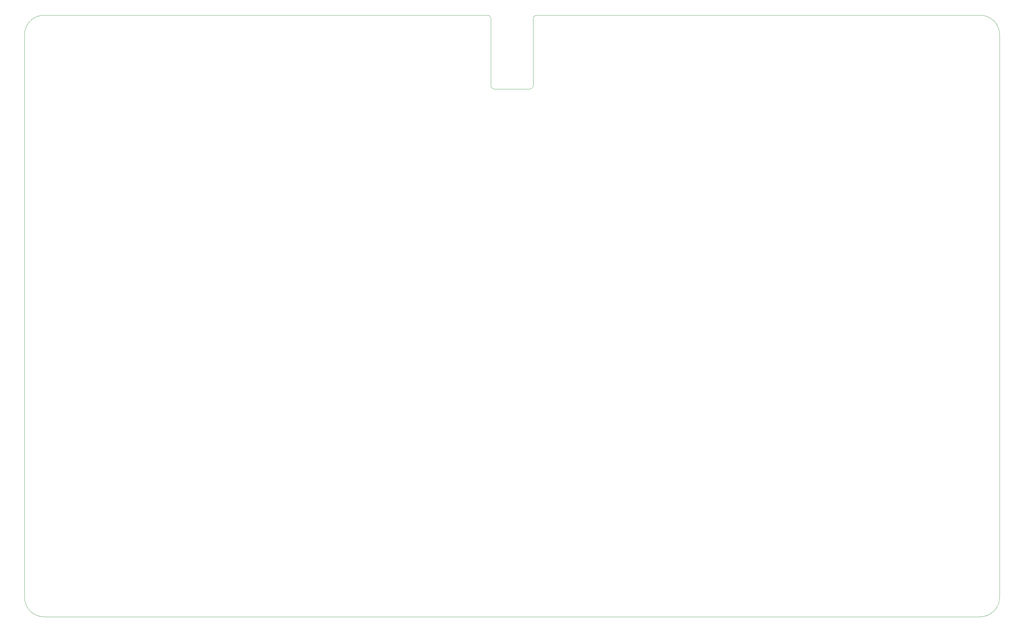
<source format=gbr>
%TF.GenerationSoftware,KiCad,Pcbnew,7.0.1*%
%TF.CreationDate,2024-02-21T21:30:13-07:00*%
%TF.ProjectId,JakesPad,4a616b65-7350-4616-942e-6b696361645f,rev?*%
%TF.SameCoordinates,Original*%
%TF.FileFunction,Profile,NP*%
%FSLAX46Y46*%
G04 Gerber Fmt 4.6, Leading zero omitted, Abs format (unit mm)*
G04 Created by KiCad (PCBNEW 7.0.1) date 2024-02-21 21:30:13*
%MOMM*%
%LPD*%
G01*
G04 APERTURE LIST*
%TA.AperFunction,Profile*%
%ADD10C,0.100000*%
%TD*%
G04 APERTURE END LIST*
D10*
X355000000Y-225500000D02*
G75*
G03*
X360500000Y-220000000I0J5500000D01*
G01*
X216000000Y-55500000D02*
G75*
G03*
X215000000Y-54500000I-1000000J0D01*
G01*
X229000000Y-54500000D02*
G75*
G03*
X228000000Y-55500000I0J-1000000D01*
G01*
X227000000Y-75500000D02*
G75*
G03*
X228000000Y-74500000I0J1000000D01*
G01*
X215000000Y-54500000D02*
X89000000Y-54500000D01*
X229000000Y-54500000D02*
X355000000Y-54500000D01*
X360500000Y-60000000D02*
G75*
G03*
X355000000Y-54500000I-5500000J0D01*
G01*
X89000000Y-225500000D02*
X355000000Y-225500000D01*
X83500000Y-220000000D02*
G75*
G03*
X89000000Y-225500000I5500000J0D01*
G01*
X83500000Y-60000000D02*
X83500000Y-220000000D01*
X360500000Y-60000000D02*
X360500000Y-220000000D01*
X216000000Y-55500000D02*
X216000000Y-74500000D01*
X216000000Y-74500000D02*
G75*
G03*
X217000000Y-75500000I1000000J0D01*
G01*
X89000000Y-54500000D02*
G75*
G03*
X83500000Y-60000000I0J-5500000D01*
G01*
X227000000Y-75500000D02*
X217000000Y-75500000D01*
X228000000Y-74500000D02*
X228000000Y-55500000D01*
M02*

</source>
